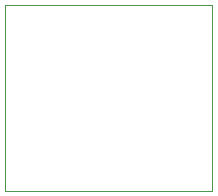
<source format=gm1>
G04 #@! TF.GenerationSoftware,KiCad,Pcbnew,(5.1.2)-1*
G04 #@! TF.CreationDate,2023-09-28T15:07:13+01:00*
G04 #@! TF.ProjectId,RPi_I2C_PWR_PCB00,5250695f-4932-4435-9f50-57525f504342,rev?*
G04 #@! TF.SameCoordinates,Original*
G04 #@! TF.FileFunction,Profile,NP*
%FSLAX46Y46*%
G04 Gerber Fmt 4.6, Leading zero omitted, Abs format (unit mm)*
G04 Created by KiCad (PCBNEW (5.1.2)-1) date 2023-09-28 15:07:13*
%MOMM*%
%LPD*%
G04 APERTURE LIST*
%ADD10C,0.050000*%
G04 APERTURE END LIST*
D10*
X137033000Y-87249000D02*
X119507000Y-87249000D01*
X137033000Y-71501000D02*
X137033000Y-87249000D01*
X119507000Y-71501000D02*
X137033000Y-71501000D01*
X119507000Y-87249000D02*
X119507000Y-71501000D01*
M02*

</source>
